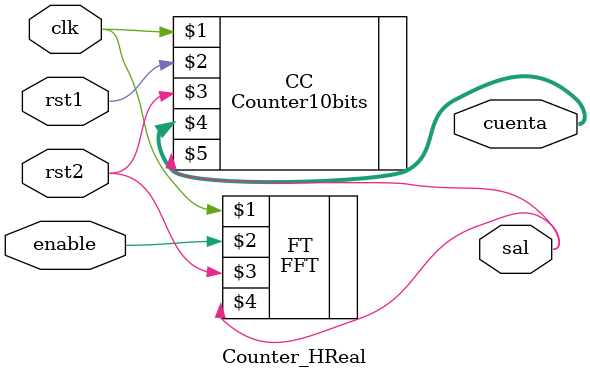
<source format=v>
`timescale 1ns / 1ps

//////////////////////////////////////////////////////////////////////////////////
module Counter_HReal(clk,rst1,rst2,cuenta,enable,sal);
input clk, rst1, rst2,enable;
output [9:0] cuenta;

output sal;
FFT FT(clk, enable,rst2,sal);
Counter10bits CC(clk,rst1,rst2,cuenta, sal);
endmodule

</source>
